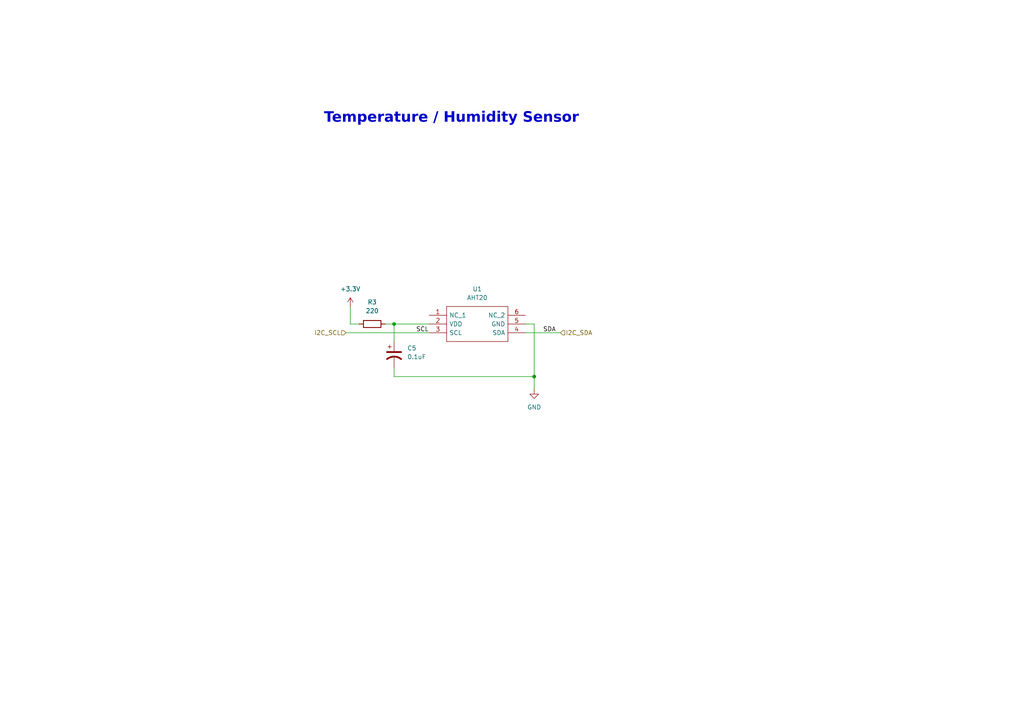
<source format=kicad_sch>
(kicad_sch (version 20230121) (generator eeschema)
  (paper "A4")
  (lib_symbols
    (symbol "AHT20:AHT20" (pin_names (offset 0.762))
      (property "Reference" "U" (at 24.13 7.62 0))
      (property "Value" "AHT20" (at 24.13 5.08 0))
      (symbol "AHT20_0_0"
        (pin passive line (at 0 0 0) (length 5.08) (name "NC_1") (number "1"))
        (pin passive line (at 0 -2.54 0) (length 5.08) (name "VDD") (number "2"))
        (pin passive line (at 0 -5.08 0) (length 5.08) (name "SCL") (number "3"))
        (pin passive line (at 27.94 -5.08 180) (length 5.08) (name "SDA") (number "4"))
        (pin passive line (at 27.94 -2.54 180) (length 5.08) (name "GND") (number "5"))
        (pin passive line (at 27.94 0 180) (length 5.08) (name "NC_2") (number "6"))
      )
      (symbol "AHT20_0_1"
        (polyline (pts (xy 5.08 2.54) (xy 22.86 2.54) (xy 22.86 -7.62) (xy 5.08 -7.62) (xy 5.08 2.54)) (stroke (width 0.1524)))
      )
    )
    (symbol "Device:C_Polarized_US" (pin_numbers hide) (pin_names (offset 0.254) hide)
      (property "Reference" "C" (at 0.635 2.54 0))
      (property "Value" "C_Polarized_US" (at 0.635 -2.54 0))
      (symbol "C_Polarized_US_0_1"
        (polyline (pts (xy -2.032 0.762) (xy 2.032 0.762)) (stroke (width 0.508)))
        (polyline (pts (xy -1.778 2.286) (xy -0.762 2.286)))
        (polyline (pts (xy -1.27 1.778) (xy -1.27 2.794)))
        (arc (start 2.032 -1.27) (mid 0 -0.5572) (end -2.032 -1.27) (stroke (width 0.508)))
      )
      (symbol "C_Polarized_US_1_1"
        (pin passive line (at 0 3.81 270) (length 2.794) (name "~") (number "1"))
        (pin passive line (at 0 -3.81 90) (length 3.302) (name "~") (number "2"))
      )
    )
    (symbol "Device:R" (pin_numbers hide) (pin_names (offset 0))
      (property "Reference" "R" (at 2.032 0 90))
      (property "Value" "R" (at 0 0 90))
      (symbol "R_0_1"
        (rectangle (start -1.016 -2.54) (end 1.016 2.54) (stroke (width 0.254)))
      )
      (symbol "R_1_1"
        (pin passive line (at 0 3.81 270) (length 1.27) (name "~") (number "1"))
        (pin passive line (at 0 -3.81 90) (length 1.27) (name "~") (number "2"))
      )
    )
    (symbol "power:+3.3V" (power) (pin_names (offset 0))
      (property "Value" "+3.3V" (at 0 3.556 0))
      (symbol "+3.3V_0_1"
        (polyline (pts (xy -0.762 1.27) (xy 0 2.54)))
        (polyline (pts (xy 0 0) (xy 0 2.54)))
        (polyline (pts (xy 0 2.54) (xy 0.762 1.27)))
      )
      (symbol "+3.3V_1_1"
        (pin power_in line (at 0 0 90) (length 0) hide (name "+3.3V") (number "1"))
      )
    )
    (symbol "power:GND" (power) (pin_names (offset 0))
      (property "Value" "GND" (at 0 -3.81 0))
      (symbol "GND_0_1"
        (polyline (pts (xy 0 0) (xy 0 -1.27) (xy 1.27 -1.27) (xy 0 -2.54) (xy -1.27 -1.27) (xy 0 -1.27)))
      )
      (symbol "GND_1_1"
        (pin power_in line (at 0 0 270) (length 0) hide (name "GND") (number "1"))
      )
    )
  )
  (junction (at 114.3 93.98))
  (junction (at 154.94 109.22))
  (wire (pts (xy 114.3 93.98) (xy 114.3 99.06)))
  (wire (pts (xy 101.6 88.9) (xy 101.6 93.98)))
  (wire (pts (xy 154.94 93.98) (xy 154.94 109.22)))
  (wire (pts (xy 152.4 93.98) (xy 154.94 93.98)))
  (wire (pts (xy 114.3 106.68) (xy 114.3 109.22)))
  (wire (pts (xy 152.4 96.52) (xy 162.56 96.52)))
  (wire (pts (xy 100.33 96.52) (xy 124.46 96.52)))
  (wire (pts (xy 114.3 109.22) (xy 154.94 109.22)))
  (wire (pts (xy 114.3 93.98) (xy 124.46 93.98)))
  (wire (pts (xy 154.94 113.03) (xy 154.94 109.22)))
  (wire (pts (xy 101.6 93.98) (xy 104.14 93.98)))
  (wire (pts (xy 114.3 93.98) (xy 111.76 93.98)))
  (text "Temperature / Humidity Sensor" (at 93.98 36.83 0) (effects (font (size 3 3) (thickness 1) bold) (justify left bottom)))
  (label "SCL" (at 120.65 96.52 0))
  (label "SDA" (at 157.48 96.52 0))
  (hierarchical_label "I2C_SCL" (shape input) (at 100.33 96.52 180))
  (hierarchical_label "I2C_SDA" (shape input) (at 162.56 96.52 0))
  (symbol (lib_id "Device:R") (at 107.95 93.98 270) (unit 1)
    (property "Reference" "R3" (at 107.95 87.63 90))
    (property "Value" "220" (at 107.95 90.17 90))
    (property "Footprint" "Resistor_SMD:R_0603_1608Metric" (effects hide))
    (property "Manufacturer_Part_Number" "0603WAF2200T5E" (effects hide))
    (instances (project "v0_2_5" (path "" (reference "R3") (unit 1)) (path "" (reference "R12") (unit 1))))
  )
  (symbol (lib_id "Device:C_Polarized_US") (at 114.3 102.87 0) (unit 1)
    (property "Reference" "C5" (at 118.11 100.965 0) (effects (justify left)))
    (property "Value" "0.1uF" (at 118.11 103.505 0) (effects (justify left)))
    (property "Footprint" "Capacitor_SMD:C_0603_1608Metric" (effects hide))
    (property "Manufacturer_Part_Number" "CC0603JRNPO9BN101" (effects hide))
  )
  (symbol (lib_id "power:+3.3V") (at 101.6 88.9 0) (unit 1)
    (property "Reference" "#PWR022" (effects hide))
    (property "Value" "+3.3V" (at 101.6 83.82 0))
  )
  (symbol (lib_id "AHT20:AHT20") (at 124.46 91.44 0) (unit 1)
    (property "Reference" "U1" (at 138.43 83.82 0))
    (property "Value" "AHT20" (at 138.43 86.36 0))
    (property "Footprint" "AHT20:AHT20" (effects hide))
    (property "Datasheet" "http://www.aosong.com/userfiles/files/media/Data%20Sheet%20AHT20.pdf" (effects hide))
    (property "Description" "Integrated temperature and humidity Sensor DC : 2.2 - 5.5V, 0 ~{} 100% RH, -40 ~{} + 85 ." (effects hide))
    (property "Height" "1.1" (effects hide))
    (property "Manufacturer_Name" "Aosong" (effects hide))
    (property "Manufacturer_Part_Number" "AHT20" (effects hide))
  )
  (symbol (lib_id "power:GND") (at 154.94 113.03 0) (unit 1)
    (property "Reference" "#PWR023" (effects hide))
    (property "Value" "GND" (at 154.94 118.11 0))
  )
)
</source>
